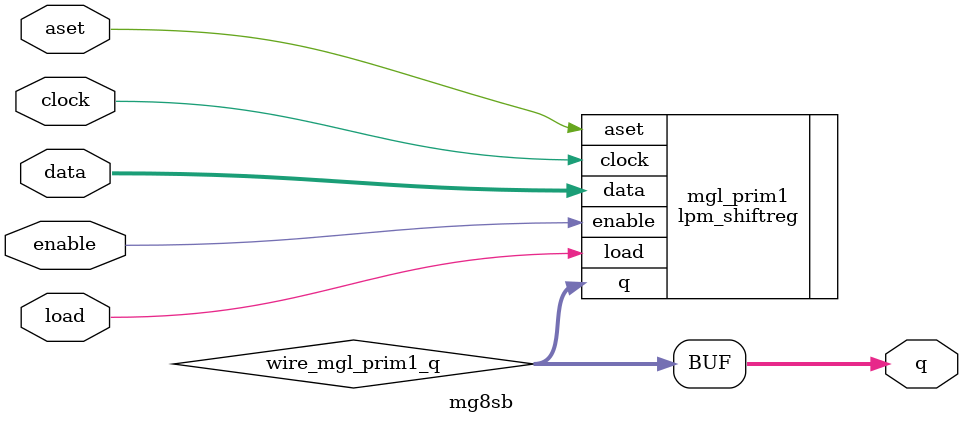
<source format=v>






//synthesis_resources = lpm_shiftreg 1 
//synopsys translate_off
`timescale 1 ps / 1 ps
//synopsys translate_on
module  mg8sb
	( 
	aset,
	clock,
	data,
	enable,
	load,
	q) /* synthesis synthesis_clearbox=1 */;
	input   aset;
	input   clock;
	input   [31:0]  data;
	input   enable;
	input   load;
	output   [31:0]  q;

	wire  [31:0]   wire_mgl_prim1_q;

	lpm_shiftreg   mgl_prim1
	( 
	.aset(aset),
	.clock(clock),
	.data(data),
	.enable(enable),
	.load(load),
	.q(wire_mgl_prim1_q));
	defparam
		mgl_prim1.lpm_direction = "LEFT",
		mgl_prim1.lpm_type = "LPM_SHIFTREG",
		mgl_prim1.lpm_width = 32;
	assign
		q = wire_mgl_prim1_q;
endmodule //mg8sb
//VALID FILE

</source>
